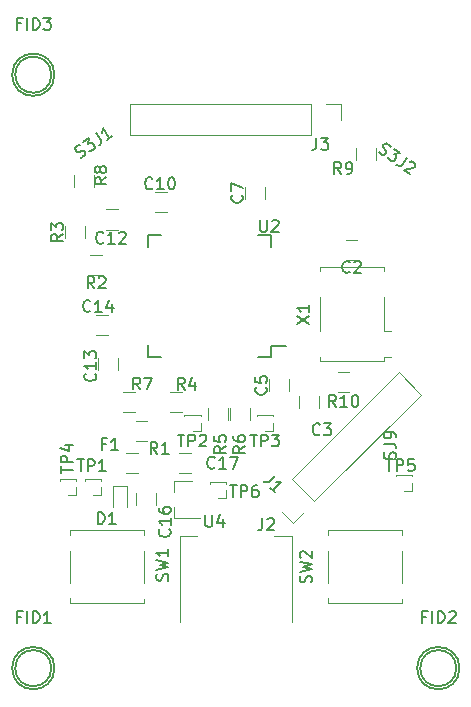
<source format=gbr>
G04 #@! TF.FileFunction,Legend,Top*
%FSLAX46Y46*%
G04 Gerber Fmt 4.6, Leading zero omitted, Abs format (unit mm)*
G04 Created by KiCad (PCBNEW 4.0.7-e2-6376~58~ubuntu16.04.1) date Mon Nov 20 20:41:21 2017*
%MOMM*%
%LPD*%
G01*
G04 APERTURE LIST*
%ADD10C,0.100000*%
%ADD11C,0.120000*%
%ADD12C,0.150000*%
G04 APERTURE END LIST*
D10*
D11*
X225204400Y-88073600D02*
X226204400Y-88073600D01*
X226204400Y-86373600D02*
X225204400Y-86373600D01*
X222947600Y-100626800D02*
X222947600Y-99626800D01*
X221247600Y-99626800D02*
X221247600Y-100626800D01*
X218733000Y-98179000D02*
X218733000Y-99179000D01*
X220433000Y-99179000D02*
X220433000Y-98179000D01*
X216701000Y-81923000D02*
X216701000Y-82923000D01*
X218401000Y-82923000D02*
X218401000Y-81923000D01*
X209050000Y-84035000D02*
X210050000Y-84035000D01*
X210050000Y-82335000D02*
X209050000Y-82335000D01*
X205922500Y-83795500D02*
X204922500Y-83795500D01*
X204922500Y-85495500D02*
X205922500Y-85495500D01*
X205955000Y-97401000D02*
X205955000Y-96401000D01*
X204255000Y-96401000D02*
X204255000Y-97401000D01*
X204097000Y-94449000D02*
X205097000Y-94449000D01*
X205097000Y-92749000D02*
X204097000Y-92749000D01*
X209130000Y-108831000D02*
X209130000Y-107831000D01*
X207430000Y-107831000D02*
X207430000Y-108831000D01*
X211082000Y-106133000D02*
X212082000Y-106133000D01*
X212082000Y-104433000D02*
X211082000Y-104433000D01*
X206721000Y-107181000D02*
X205521000Y-107181000D01*
X206721000Y-109031000D02*
X206721000Y-107181000D01*
X205521000Y-109031000D02*
X205521000Y-107181000D01*
X207637000Y-104433000D02*
X206637000Y-104433000D01*
X206637000Y-106133000D02*
X207637000Y-106133000D01*
X231587160Y-99477744D02*
X229706256Y-97596840D01*
X222564478Y-108500426D02*
X231587160Y-99477744D01*
X220683574Y-106619522D02*
X229706256Y-97596840D01*
X222564478Y-108500426D02*
X220683574Y-106619522D01*
X221666452Y-109398452D02*
X220726000Y-110338904D01*
X220726000Y-110338904D02*
X219785548Y-109398452D01*
X219150000Y-111470000D02*
X220650000Y-111470000D01*
X220650000Y-111470000D02*
X220650000Y-118730000D01*
X211150000Y-111470000D02*
X211150000Y-118730000D01*
X211150000Y-111470000D02*
X212650000Y-111470000D01*
X206950000Y-74870000D02*
X206950000Y-77530000D01*
X222250000Y-74870000D02*
X206950000Y-74870000D01*
X222250000Y-77530000D02*
X206950000Y-77530000D01*
X222250000Y-74870000D02*
X222250000Y-77530000D01*
X223520000Y-74870000D02*
X224850000Y-74870000D01*
X224850000Y-74870000D02*
X224850000Y-76200000D01*
X208424400Y-101715200D02*
X207424400Y-101715200D01*
X207424400Y-103415200D02*
X208424400Y-103415200D01*
X203589000Y-89369000D02*
X204589000Y-89369000D01*
X204589000Y-87669000D02*
X203589000Y-87669000D01*
X201461000Y-85225000D02*
X201461000Y-86225000D01*
X203161000Y-86225000D02*
X203161000Y-85225000D01*
X211320000Y-99251400D02*
X210320000Y-99251400D01*
X210320000Y-100951400D02*
X211320000Y-100951400D01*
X213576800Y-100617400D02*
X213576800Y-101617400D01*
X215276800Y-101617400D02*
X215276800Y-100617400D01*
X217105600Y-101617400D02*
X217105600Y-100617400D01*
X215405600Y-100617400D02*
X215405600Y-101617400D01*
X207383000Y-99226000D02*
X206383000Y-99226000D01*
X206383000Y-100926000D02*
X207383000Y-100926000D01*
X203872200Y-81881600D02*
X203872200Y-80881600D01*
X202172200Y-80881600D02*
X202172200Y-81881600D01*
X227748200Y-79570200D02*
X227748200Y-78570200D01*
X226048200Y-78570200D02*
X226048200Y-79570200D01*
X201828000Y-116696000D02*
X201828000Y-117146000D01*
X201828000Y-117146000D02*
X208128000Y-117146000D01*
X208128000Y-117146000D02*
X208128000Y-116746000D01*
X201828000Y-115396000D02*
X201828000Y-112696000D01*
X208128000Y-112696000D02*
X208128000Y-115396000D01*
X201828000Y-110946000D02*
X208128000Y-110946000D01*
X208128000Y-110946000D02*
X208128000Y-111396000D01*
X201828000Y-111396000D02*
X201828000Y-110946000D01*
X223672000Y-116696000D02*
X223672000Y-117146000D01*
X223672000Y-117146000D02*
X229972000Y-117146000D01*
X229972000Y-117146000D02*
X229972000Y-116746000D01*
X223672000Y-115396000D02*
X223672000Y-112696000D01*
X229972000Y-112696000D02*
X229972000Y-115396000D01*
X223672000Y-110946000D02*
X229972000Y-110946000D01*
X229972000Y-110946000D02*
X229972000Y-111396000D01*
X223672000Y-111396000D02*
X223672000Y-110946000D01*
X204530000Y-106630000D02*
X203140000Y-106630000D01*
X204530000Y-106630000D02*
X204530000Y-106755000D01*
X203140000Y-106630000D02*
X203140000Y-106755000D01*
X204530000Y-106630000D02*
X204443276Y-106630000D01*
X203226724Y-106630000D02*
X203140000Y-106630000D01*
X204530000Y-107315000D02*
X204530000Y-108000000D01*
X204530000Y-108000000D02*
X203835000Y-108000000D01*
X212937400Y-101169000D02*
X211547400Y-101169000D01*
X212937400Y-101169000D02*
X212937400Y-101294000D01*
X211547400Y-101169000D02*
X211547400Y-101294000D01*
X212937400Y-101169000D02*
X212850676Y-101169000D01*
X211634124Y-101169000D02*
X211547400Y-101169000D01*
X212937400Y-101854000D02*
X212937400Y-102539000D01*
X212937400Y-102539000D02*
X212242400Y-102539000D01*
X219084200Y-101169000D02*
X217694200Y-101169000D01*
X219084200Y-101169000D02*
X219084200Y-101294000D01*
X217694200Y-101169000D02*
X217694200Y-101294000D01*
X219084200Y-101169000D02*
X218997476Y-101169000D01*
X217780924Y-101169000D02*
X217694200Y-101169000D01*
X219084200Y-101854000D02*
X219084200Y-102539000D01*
X219084200Y-102539000D02*
X218389200Y-102539000D01*
X202371000Y-106630000D02*
X200981000Y-106630000D01*
X202371000Y-106630000D02*
X202371000Y-106755000D01*
X200981000Y-106630000D02*
X200981000Y-106755000D01*
X202371000Y-106630000D02*
X202284276Y-106630000D01*
X201067724Y-106630000D02*
X200981000Y-106630000D01*
X202371000Y-107315000D02*
X202371000Y-108000000D01*
X202371000Y-108000000D02*
X201676000Y-108000000D01*
X230819000Y-106249000D02*
X229429000Y-106249000D01*
X230819000Y-106249000D02*
X230819000Y-106374000D01*
X229429000Y-106249000D02*
X229429000Y-106374000D01*
X230819000Y-106249000D02*
X230732276Y-106249000D01*
X229515724Y-106249000D02*
X229429000Y-106249000D01*
X230819000Y-106934000D02*
X230819000Y-107619000D01*
X230819000Y-107619000D02*
X230124000Y-107619000D01*
X215071000Y-106884000D02*
X213681000Y-106884000D01*
X215071000Y-106884000D02*
X215071000Y-107009000D01*
X213681000Y-106884000D02*
X213681000Y-107009000D01*
X215071000Y-106884000D02*
X214984276Y-106884000D01*
X213767724Y-106884000D02*
X213681000Y-106884000D01*
X215071000Y-107569000D02*
X215071000Y-108254000D01*
X215071000Y-108254000D02*
X214376000Y-108254000D01*
D12*
X218852500Y-96297500D02*
X218852500Y-95347500D01*
X208502500Y-96297500D02*
X208502500Y-95247500D01*
X208502500Y-85947500D02*
X208502500Y-86997500D01*
X218852500Y-85947500D02*
X218852500Y-86997500D01*
X218852500Y-96297500D02*
X217802500Y-96297500D01*
X218852500Y-85947500D02*
X217802500Y-85947500D01*
X208502500Y-85947500D02*
X209552500Y-85947500D01*
X208502500Y-96297500D02*
X209552500Y-96297500D01*
X218852500Y-95347500D02*
X220127500Y-95347500D01*
D11*
X210695000Y-106751000D02*
X210695000Y-107681000D01*
X210695000Y-109911000D02*
X210695000Y-108981000D01*
X210695000Y-109911000D02*
X212855000Y-109911000D01*
X210695000Y-106751000D02*
X212155000Y-106751000D01*
X225518600Y-97549600D02*
X224518600Y-97549600D01*
X224518600Y-99249600D02*
X225518600Y-99249600D01*
X223042500Y-89006500D02*
X223042500Y-88696500D01*
X223042500Y-88696500D02*
X228442500Y-88696500D01*
X228442500Y-88696500D02*
X228442500Y-89006500D01*
X223042500Y-94086500D02*
X223042500Y-91206500D01*
X229042500Y-96286500D02*
X228442500Y-96286500D01*
X228442500Y-96286500D02*
X228442500Y-96596500D01*
X228442500Y-96596500D02*
X223042500Y-96596500D01*
X223042500Y-96596500D02*
X223042500Y-96286500D01*
X228442500Y-91206500D02*
X228442500Y-94086500D01*
X228442500Y-94086500D02*
X229042500Y-94086500D01*
D12*
X200284080Y-122631200D02*
G75*
G03X200284080Y-122631200I-1529080J0D01*
G01*
X200545700Y-122631200D02*
G75*
G03X200545700Y-122631200I-1790700J0D01*
G01*
X234574080Y-122631200D02*
G75*
G03X234574080Y-122631200I-1529080J0D01*
G01*
X234835700Y-122631200D02*
G75*
G03X234835700Y-122631200I-1790700J0D01*
G01*
X200284080Y-72390000D02*
G75*
G03X200284080Y-72390000I-1529080J0D01*
G01*
X200545700Y-72390000D02*
G75*
G03X200545700Y-72390000I-1790700J0D01*
G01*
X225537734Y-89080743D02*
X225490115Y-89128362D01*
X225347258Y-89175981D01*
X225252020Y-89175981D01*
X225109162Y-89128362D01*
X225013924Y-89033124D01*
X224966305Y-88937886D01*
X224918686Y-88747410D01*
X224918686Y-88604552D01*
X224966305Y-88414076D01*
X225013924Y-88318838D01*
X225109162Y-88223600D01*
X225252020Y-88175981D01*
X225347258Y-88175981D01*
X225490115Y-88223600D01*
X225537734Y-88271219D01*
X225918686Y-88271219D02*
X225966305Y-88223600D01*
X226061543Y-88175981D01*
X226299639Y-88175981D01*
X226394877Y-88223600D01*
X226442496Y-88271219D01*
X226490115Y-88366457D01*
X226490115Y-88461695D01*
X226442496Y-88604552D01*
X225871067Y-89175981D01*
X226490115Y-89175981D01*
X223023134Y-102820743D02*
X222975515Y-102868362D01*
X222832658Y-102915981D01*
X222737420Y-102915981D01*
X222594562Y-102868362D01*
X222499324Y-102773124D01*
X222451705Y-102677886D01*
X222404086Y-102487410D01*
X222404086Y-102344552D01*
X222451705Y-102154076D01*
X222499324Y-102058838D01*
X222594562Y-101963600D01*
X222737420Y-101915981D01*
X222832658Y-101915981D01*
X222975515Y-101963600D01*
X223023134Y-102011219D01*
X223356467Y-101915981D02*
X223975515Y-101915981D01*
X223642181Y-102296933D01*
X223785039Y-102296933D01*
X223880277Y-102344552D01*
X223927896Y-102392171D01*
X223975515Y-102487410D01*
X223975515Y-102725505D01*
X223927896Y-102820743D01*
X223880277Y-102868362D01*
X223785039Y-102915981D01*
X223499324Y-102915981D01*
X223404086Y-102868362D01*
X223356467Y-102820743D01*
X218440143Y-98845666D02*
X218487762Y-98893285D01*
X218535381Y-99036142D01*
X218535381Y-99131380D01*
X218487762Y-99274238D01*
X218392524Y-99369476D01*
X218297286Y-99417095D01*
X218106810Y-99464714D01*
X217963952Y-99464714D01*
X217773476Y-99417095D01*
X217678238Y-99369476D01*
X217583000Y-99274238D01*
X217535381Y-99131380D01*
X217535381Y-99036142D01*
X217583000Y-98893285D01*
X217630619Y-98845666D01*
X217535381Y-97940904D02*
X217535381Y-98417095D01*
X218011571Y-98464714D01*
X217963952Y-98417095D01*
X217916333Y-98321857D01*
X217916333Y-98083761D01*
X217963952Y-97988523D01*
X218011571Y-97940904D01*
X218106810Y-97893285D01*
X218344905Y-97893285D01*
X218440143Y-97940904D01*
X218487762Y-97988523D01*
X218535381Y-98083761D01*
X218535381Y-98321857D01*
X218487762Y-98417095D01*
X218440143Y-98464714D01*
X216408143Y-82589666D02*
X216455762Y-82637285D01*
X216503381Y-82780142D01*
X216503381Y-82875380D01*
X216455762Y-83018238D01*
X216360524Y-83113476D01*
X216265286Y-83161095D01*
X216074810Y-83208714D01*
X215931952Y-83208714D01*
X215741476Y-83161095D01*
X215646238Y-83113476D01*
X215551000Y-83018238D01*
X215503381Y-82875380D01*
X215503381Y-82780142D01*
X215551000Y-82637285D01*
X215598619Y-82589666D01*
X215503381Y-82256333D02*
X215503381Y-81589666D01*
X216503381Y-82018238D01*
X208830943Y-81992743D02*
X208783324Y-82040362D01*
X208640467Y-82087981D01*
X208545229Y-82087981D01*
X208402371Y-82040362D01*
X208307133Y-81945124D01*
X208259514Y-81849886D01*
X208211895Y-81659410D01*
X208211895Y-81516552D01*
X208259514Y-81326076D01*
X208307133Y-81230838D01*
X208402371Y-81135600D01*
X208545229Y-81087981D01*
X208640467Y-81087981D01*
X208783324Y-81135600D01*
X208830943Y-81183219D01*
X209783324Y-82087981D02*
X209211895Y-82087981D01*
X209497609Y-82087981D02*
X209497609Y-81087981D01*
X209402371Y-81230838D01*
X209307133Y-81326076D01*
X209211895Y-81373695D01*
X210402371Y-81087981D02*
X210497610Y-81087981D01*
X210592848Y-81135600D01*
X210640467Y-81183219D01*
X210688086Y-81278457D01*
X210735705Y-81468933D01*
X210735705Y-81707029D01*
X210688086Y-81897505D01*
X210640467Y-81992743D01*
X210592848Y-82040362D01*
X210497610Y-82087981D01*
X210402371Y-82087981D01*
X210307133Y-82040362D01*
X210259514Y-81992743D01*
X210211895Y-81897505D01*
X210164276Y-81707029D01*
X210164276Y-81468933D01*
X210211895Y-81278457D01*
X210259514Y-81183219D01*
X210307133Y-81135600D01*
X210402371Y-81087981D01*
X204690743Y-86590143D02*
X204643124Y-86637762D01*
X204500267Y-86685381D01*
X204405029Y-86685381D01*
X204262171Y-86637762D01*
X204166933Y-86542524D01*
X204119314Y-86447286D01*
X204071695Y-86256810D01*
X204071695Y-86113952D01*
X204119314Y-85923476D01*
X204166933Y-85828238D01*
X204262171Y-85733000D01*
X204405029Y-85685381D01*
X204500267Y-85685381D01*
X204643124Y-85733000D01*
X204690743Y-85780619D01*
X205643124Y-86685381D02*
X205071695Y-86685381D01*
X205357409Y-86685381D02*
X205357409Y-85685381D01*
X205262171Y-85828238D01*
X205166933Y-85923476D01*
X205071695Y-85971095D01*
X206024076Y-85780619D02*
X206071695Y-85733000D01*
X206166933Y-85685381D01*
X206405029Y-85685381D01*
X206500267Y-85733000D01*
X206547886Y-85780619D01*
X206595505Y-85875857D01*
X206595505Y-85971095D01*
X206547886Y-86113952D01*
X205976457Y-86685381D01*
X206595505Y-86685381D01*
X203988943Y-97696257D02*
X204036562Y-97743876D01*
X204084181Y-97886733D01*
X204084181Y-97981971D01*
X204036562Y-98124829D01*
X203941324Y-98220067D01*
X203846086Y-98267686D01*
X203655610Y-98315305D01*
X203512752Y-98315305D01*
X203322276Y-98267686D01*
X203227038Y-98220067D01*
X203131800Y-98124829D01*
X203084181Y-97981971D01*
X203084181Y-97886733D01*
X203131800Y-97743876D01*
X203179419Y-97696257D01*
X204084181Y-96743876D02*
X204084181Y-97315305D01*
X204084181Y-97029591D02*
X203084181Y-97029591D01*
X203227038Y-97124829D01*
X203322276Y-97220067D01*
X203369895Y-97315305D01*
X203084181Y-96410543D02*
X203084181Y-95791495D01*
X203465133Y-96124829D01*
X203465133Y-95981971D01*
X203512752Y-95886733D01*
X203560371Y-95839114D01*
X203655610Y-95791495D01*
X203893705Y-95791495D01*
X203988943Y-95839114D01*
X204036562Y-95886733D01*
X204084181Y-95981971D01*
X204084181Y-96267686D01*
X204036562Y-96362924D01*
X203988943Y-96410543D01*
X203598543Y-92381343D02*
X203550924Y-92428962D01*
X203408067Y-92476581D01*
X203312829Y-92476581D01*
X203169971Y-92428962D01*
X203074733Y-92333724D01*
X203027114Y-92238486D01*
X202979495Y-92048010D01*
X202979495Y-91905152D01*
X203027114Y-91714676D01*
X203074733Y-91619438D01*
X203169971Y-91524200D01*
X203312829Y-91476581D01*
X203408067Y-91476581D01*
X203550924Y-91524200D01*
X203598543Y-91571819D01*
X204550924Y-92476581D02*
X203979495Y-92476581D01*
X204265209Y-92476581D02*
X204265209Y-91476581D01*
X204169971Y-91619438D01*
X204074733Y-91714676D01*
X203979495Y-91762295D01*
X205408067Y-91809914D02*
X205408067Y-92476581D01*
X205169971Y-91428962D02*
X204931876Y-92143248D01*
X205550924Y-92143248D01*
X210288143Y-110878857D02*
X210335762Y-110926476D01*
X210383381Y-111069333D01*
X210383381Y-111164571D01*
X210335762Y-111307429D01*
X210240524Y-111402667D01*
X210145286Y-111450286D01*
X209954810Y-111497905D01*
X209811952Y-111497905D01*
X209621476Y-111450286D01*
X209526238Y-111402667D01*
X209431000Y-111307429D01*
X209383381Y-111164571D01*
X209383381Y-111069333D01*
X209431000Y-110926476D01*
X209478619Y-110878857D01*
X210383381Y-109926476D02*
X210383381Y-110497905D01*
X210383381Y-110212191D02*
X209383381Y-110212191D01*
X209526238Y-110307429D01*
X209621476Y-110402667D01*
X209669095Y-110497905D01*
X209383381Y-109069333D02*
X209383381Y-109259810D01*
X209431000Y-109355048D01*
X209478619Y-109402667D01*
X209621476Y-109497905D01*
X209811952Y-109545524D01*
X210192905Y-109545524D01*
X210288143Y-109497905D01*
X210335762Y-109450286D01*
X210383381Y-109355048D01*
X210383381Y-109164571D01*
X210335762Y-109069333D01*
X210288143Y-109021714D01*
X210192905Y-108974095D01*
X209954810Y-108974095D01*
X209859571Y-109021714D01*
X209811952Y-109069333D01*
X209764333Y-109164571D01*
X209764333Y-109355048D01*
X209811952Y-109450286D01*
X209859571Y-109497905D01*
X209954810Y-109545524D01*
X214114143Y-105640143D02*
X214066524Y-105687762D01*
X213923667Y-105735381D01*
X213828429Y-105735381D01*
X213685571Y-105687762D01*
X213590333Y-105592524D01*
X213542714Y-105497286D01*
X213495095Y-105306810D01*
X213495095Y-105163952D01*
X213542714Y-104973476D01*
X213590333Y-104878238D01*
X213685571Y-104783000D01*
X213828429Y-104735381D01*
X213923667Y-104735381D01*
X214066524Y-104783000D01*
X214114143Y-104830619D01*
X215066524Y-105735381D02*
X214495095Y-105735381D01*
X214780809Y-105735381D02*
X214780809Y-104735381D01*
X214685571Y-104878238D01*
X214590333Y-104973476D01*
X214495095Y-105021095D01*
X215399857Y-104735381D02*
X216066524Y-104735381D01*
X215637952Y-105735381D01*
X204214505Y-110434381D02*
X204214505Y-109434381D01*
X204452600Y-109434381D01*
X204595458Y-109482000D01*
X204690696Y-109577238D01*
X204738315Y-109672476D01*
X204785934Y-109862952D01*
X204785934Y-110005810D01*
X204738315Y-110196286D01*
X204690696Y-110291524D01*
X204595458Y-110386762D01*
X204452600Y-110434381D01*
X204214505Y-110434381D01*
X205738315Y-110434381D02*
X205166886Y-110434381D01*
X205452600Y-110434381D02*
X205452600Y-109434381D01*
X205357362Y-109577238D01*
X205262124Y-109672476D01*
X205166886Y-109720095D01*
X204873267Y-103662171D02*
X204539933Y-103662171D01*
X204539933Y-104185981D02*
X204539933Y-103185981D01*
X205016124Y-103185981D01*
X205920886Y-104185981D02*
X205349457Y-104185981D01*
X205635171Y-104185981D02*
X205635171Y-103185981D01*
X205539933Y-103328838D01*
X205444695Y-103424076D01*
X205349457Y-103471695D01*
X219226523Y-106336473D02*
X218721447Y-106841549D01*
X218586759Y-106908892D01*
X218452072Y-106908892D01*
X218317385Y-106841549D01*
X218250042Y-106774205D01*
X219226523Y-107750686D02*
X218822462Y-107346625D01*
X219024492Y-107548655D02*
X219731599Y-106841549D01*
X219563240Y-106875220D01*
X219428553Y-106875220D01*
X219327538Y-106841549D01*
X218157467Y-109942381D02*
X218157467Y-110656667D01*
X218109847Y-110799524D01*
X218014609Y-110894762D01*
X217871752Y-110942381D01*
X217776514Y-110942381D01*
X218586038Y-110037619D02*
X218633657Y-109990000D01*
X218728895Y-109942381D01*
X218966991Y-109942381D01*
X219062229Y-109990000D01*
X219109848Y-110037619D01*
X219157467Y-110132857D01*
X219157467Y-110228095D01*
X219109848Y-110370952D01*
X218538419Y-110942381D01*
X219157467Y-110942381D01*
X222729467Y-77735181D02*
X222729467Y-78449467D01*
X222681847Y-78592324D01*
X222586609Y-78687562D01*
X222443752Y-78735181D01*
X222348514Y-78735181D01*
X223110419Y-77735181D02*
X223729467Y-77735181D01*
X223396133Y-78116133D01*
X223538991Y-78116133D01*
X223634229Y-78163752D01*
X223681848Y-78211371D01*
X223729467Y-78306610D01*
X223729467Y-78544705D01*
X223681848Y-78639943D01*
X223634229Y-78687562D01*
X223538991Y-78735181D01*
X223253276Y-78735181D01*
X223158038Y-78687562D01*
X223110419Y-78639943D01*
X209256334Y-104490781D02*
X208923000Y-104014590D01*
X208684905Y-104490781D02*
X208684905Y-103490781D01*
X209065858Y-103490781D01*
X209161096Y-103538400D01*
X209208715Y-103586019D01*
X209256334Y-103681257D01*
X209256334Y-103824114D01*
X209208715Y-103919352D01*
X209161096Y-103966971D01*
X209065858Y-104014590D01*
X208684905Y-104014590D01*
X210208715Y-104490781D02*
X209637286Y-104490781D01*
X209923000Y-104490781D02*
X209923000Y-103490781D01*
X209827762Y-103633638D01*
X209732524Y-103728876D01*
X209637286Y-103776495D01*
X203922334Y-90471381D02*
X203589000Y-89995190D01*
X203350905Y-90471381D02*
X203350905Y-89471381D01*
X203731858Y-89471381D01*
X203827096Y-89519000D01*
X203874715Y-89566619D01*
X203922334Y-89661857D01*
X203922334Y-89804714D01*
X203874715Y-89899952D01*
X203827096Y-89947571D01*
X203731858Y-89995190D01*
X203350905Y-89995190D01*
X204303286Y-89566619D02*
X204350905Y-89519000D01*
X204446143Y-89471381D01*
X204684239Y-89471381D01*
X204779477Y-89519000D01*
X204827096Y-89566619D01*
X204874715Y-89661857D01*
X204874715Y-89757095D01*
X204827096Y-89899952D01*
X204255667Y-90471381D01*
X204874715Y-90471381D01*
X201263381Y-85891666D02*
X200787190Y-86225000D01*
X201263381Y-86463095D02*
X200263381Y-86463095D01*
X200263381Y-86082142D01*
X200311000Y-85986904D01*
X200358619Y-85939285D01*
X200453857Y-85891666D01*
X200596714Y-85891666D01*
X200691952Y-85939285D01*
X200739571Y-85986904D01*
X200787190Y-86082142D01*
X200787190Y-86463095D01*
X200263381Y-85558333D02*
X200263381Y-84939285D01*
X200644333Y-85272619D01*
X200644333Y-85129761D01*
X200691952Y-85034523D01*
X200739571Y-84986904D01*
X200834810Y-84939285D01*
X201072905Y-84939285D01*
X201168143Y-84986904D01*
X201215762Y-85034523D01*
X201263381Y-85129761D01*
X201263381Y-85415476D01*
X201215762Y-85510714D01*
X201168143Y-85558333D01*
X211567734Y-99055181D02*
X211234400Y-98578990D01*
X210996305Y-99055181D02*
X210996305Y-98055181D01*
X211377258Y-98055181D01*
X211472496Y-98102800D01*
X211520115Y-98150419D01*
X211567734Y-98245657D01*
X211567734Y-98388514D01*
X211520115Y-98483752D01*
X211472496Y-98531371D01*
X211377258Y-98578990D01*
X210996305Y-98578990D01*
X212424877Y-98388514D02*
X212424877Y-99055181D01*
X212186781Y-98007562D02*
X211948686Y-98721848D01*
X212567734Y-98721848D01*
X215056981Y-103849466D02*
X214580790Y-104182800D01*
X215056981Y-104420895D02*
X214056981Y-104420895D01*
X214056981Y-104039942D01*
X214104600Y-103944704D01*
X214152219Y-103897085D01*
X214247457Y-103849466D01*
X214390314Y-103849466D01*
X214485552Y-103897085D01*
X214533171Y-103944704D01*
X214580790Y-104039942D01*
X214580790Y-104420895D01*
X214056981Y-102944704D02*
X214056981Y-103420895D01*
X214533171Y-103468514D01*
X214485552Y-103420895D01*
X214437933Y-103325657D01*
X214437933Y-103087561D01*
X214485552Y-102992323D01*
X214533171Y-102944704D01*
X214628410Y-102897085D01*
X214866505Y-102897085D01*
X214961743Y-102944704D01*
X215009362Y-102992323D01*
X215056981Y-103087561D01*
X215056981Y-103325657D01*
X215009362Y-103420895D01*
X214961743Y-103468514D01*
X216682581Y-103849466D02*
X216206390Y-104182800D01*
X216682581Y-104420895D02*
X215682581Y-104420895D01*
X215682581Y-104039942D01*
X215730200Y-103944704D01*
X215777819Y-103897085D01*
X215873057Y-103849466D01*
X216015914Y-103849466D01*
X216111152Y-103897085D01*
X216158771Y-103944704D01*
X216206390Y-104039942D01*
X216206390Y-104420895D01*
X215682581Y-102992323D02*
X215682581Y-103182800D01*
X215730200Y-103278038D01*
X215777819Y-103325657D01*
X215920676Y-103420895D01*
X216111152Y-103468514D01*
X216492105Y-103468514D01*
X216587343Y-103420895D01*
X216634962Y-103373276D01*
X216682581Y-103278038D01*
X216682581Y-103087561D01*
X216634962Y-102992323D01*
X216587343Y-102944704D01*
X216492105Y-102897085D01*
X216254010Y-102897085D01*
X216158771Y-102944704D01*
X216111152Y-102992323D01*
X216063533Y-103087561D01*
X216063533Y-103278038D01*
X216111152Y-103373276D01*
X216158771Y-103420895D01*
X216254010Y-103468514D01*
X207808534Y-99029781D02*
X207475200Y-98553590D01*
X207237105Y-99029781D02*
X207237105Y-98029781D01*
X207618058Y-98029781D01*
X207713296Y-98077400D01*
X207760915Y-98125019D01*
X207808534Y-98220257D01*
X207808534Y-98363114D01*
X207760915Y-98458352D01*
X207713296Y-98505971D01*
X207618058Y-98553590D01*
X207237105Y-98553590D01*
X208141867Y-98029781D02*
X208808534Y-98029781D01*
X208379962Y-99029781D01*
X204947781Y-81091066D02*
X204471590Y-81424400D01*
X204947781Y-81662495D02*
X203947781Y-81662495D01*
X203947781Y-81281542D01*
X203995400Y-81186304D01*
X204043019Y-81138685D01*
X204138257Y-81091066D01*
X204281114Y-81091066D01*
X204376352Y-81138685D01*
X204423971Y-81186304D01*
X204471590Y-81281542D01*
X204471590Y-81662495D01*
X204376352Y-80519638D02*
X204328733Y-80614876D01*
X204281114Y-80662495D01*
X204185876Y-80710114D01*
X204138257Y-80710114D01*
X204043019Y-80662495D01*
X203995400Y-80614876D01*
X203947781Y-80519638D01*
X203947781Y-80329161D01*
X203995400Y-80233923D01*
X204043019Y-80186304D01*
X204138257Y-80138685D01*
X204185876Y-80138685D01*
X204281114Y-80186304D01*
X204328733Y-80233923D01*
X204376352Y-80329161D01*
X204376352Y-80519638D01*
X204423971Y-80614876D01*
X204471590Y-80662495D01*
X204566829Y-80710114D01*
X204757305Y-80710114D01*
X204852543Y-80662495D01*
X204900162Y-80614876D01*
X204947781Y-80519638D01*
X204947781Y-80329161D01*
X204900162Y-80233923D01*
X204852543Y-80186304D01*
X204757305Y-80138685D01*
X204566829Y-80138685D01*
X204471590Y-80186304D01*
X204423971Y-80233923D01*
X204376352Y-80329161D01*
X224826534Y-80792581D02*
X224493200Y-80316390D01*
X224255105Y-80792581D02*
X224255105Y-79792581D01*
X224636058Y-79792581D01*
X224731296Y-79840200D01*
X224778915Y-79887819D01*
X224826534Y-79983057D01*
X224826534Y-80125914D01*
X224778915Y-80221152D01*
X224731296Y-80268771D01*
X224636058Y-80316390D01*
X224255105Y-80316390D01*
X225302724Y-80792581D02*
X225493200Y-80792581D01*
X225588439Y-80744962D01*
X225636058Y-80697343D01*
X225731296Y-80554486D01*
X225778915Y-80364010D01*
X225778915Y-79983057D01*
X225731296Y-79887819D01*
X225683677Y-79840200D01*
X225588439Y-79792581D01*
X225397962Y-79792581D01*
X225302724Y-79840200D01*
X225255105Y-79887819D01*
X225207486Y-79983057D01*
X225207486Y-80221152D01*
X225255105Y-80316390D01*
X225302724Y-80364010D01*
X225397962Y-80411629D01*
X225588439Y-80411629D01*
X225683677Y-80364010D01*
X225731296Y-80316390D01*
X225778915Y-80221152D01*
X202777354Y-79400108D02*
X202921309Y-79355918D01*
X203115147Y-79217655D01*
X203165029Y-79123582D01*
X203176144Y-79057163D01*
X203159606Y-78951975D01*
X203104301Y-78874441D01*
X203010229Y-78824558D01*
X202943809Y-78813444D01*
X202838621Y-78829980D01*
X202655898Y-78901824D01*
X202550711Y-78918361D01*
X202484291Y-78907246D01*
X202390219Y-78857364D01*
X202334914Y-78779829D01*
X202318376Y-78674642D01*
X202329491Y-78608222D01*
X202379373Y-78514150D01*
X202573211Y-78375887D01*
X202717166Y-78331697D01*
X202960885Y-78099362D02*
X203464861Y-77739879D01*
X203414709Y-78243586D01*
X203531012Y-78160628D01*
X203636199Y-78144090D01*
X203702619Y-78155205D01*
X203796692Y-78205088D01*
X203934954Y-78398925D01*
X203951492Y-78504112D01*
X203940377Y-78570532D01*
X203890495Y-78664604D01*
X203657890Y-78830520D01*
X203552703Y-78847058D01*
X203486283Y-78835943D01*
X204046373Y-77325091D02*
X204461161Y-77906602D01*
X204505350Y-78050557D01*
X204483120Y-78183397D01*
X204394471Y-78305122D01*
X204316936Y-78360427D01*
X205441191Y-77558503D02*
X204975982Y-77890334D01*
X205208586Y-77724419D02*
X204627883Y-76910303D01*
X204633306Y-77081911D01*
X204611076Y-77214750D01*
X204561194Y-77308823D01*
X228012061Y-78891337D02*
X228100711Y-79013062D01*
X228294549Y-79151325D01*
X228399736Y-79167863D01*
X228466156Y-79156748D01*
X228560228Y-79106865D01*
X228615533Y-79029331D01*
X228632071Y-78924144D01*
X228620956Y-78857724D01*
X228571074Y-78763650D01*
X228443656Y-78614273D01*
X228393774Y-78520200D01*
X228382659Y-78453780D01*
X228399197Y-78348593D01*
X228454502Y-78271058D01*
X228548574Y-78221176D01*
X228614994Y-78210061D01*
X228720181Y-78226599D01*
X228914019Y-78364862D01*
X229002669Y-78486587D01*
X229301693Y-78641387D02*
X229805669Y-79000870D01*
X229313077Y-79117441D01*
X229429380Y-79200399D01*
X229479262Y-79294471D01*
X229490377Y-79360891D01*
X229473839Y-79466079D01*
X229335576Y-79659916D01*
X229241504Y-79709798D01*
X229175084Y-79720913D01*
X229069897Y-79704375D01*
X228837292Y-79538460D01*
X228787410Y-79444388D01*
X228776295Y-79377968D01*
X230387181Y-79415658D02*
X229972393Y-79997169D01*
X229850667Y-80085818D01*
X229717827Y-80108048D01*
X229573873Y-80063858D01*
X229496338Y-80008553D01*
X230680782Y-79742065D02*
X230747202Y-79730950D01*
X230852389Y-79747488D01*
X231046227Y-79885751D01*
X231096109Y-79979823D01*
X231107224Y-80046243D01*
X231090686Y-80151430D01*
X231035381Y-80228965D01*
X230913656Y-80317615D01*
X230116617Y-80450993D01*
X230620593Y-80810476D01*
X210132562Y-115226933D02*
X210180181Y-115084076D01*
X210180181Y-114845980D01*
X210132562Y-114750742D01*
X210084943Y-114703123D01*
X209989705Y-114655504D01*
X209894467Y-114655504D01*
X209799229Y-114703123D01*
X209751610Y-114750742D01*
X209703990Y-114845980D01*
X209656371Y-115036457D01*
X209608752Y-115131695D01*
X209561133Y-115179314D01*
X209465895Y-115226933D01*
X209370657Y-115226933D01*
X209275419Y-115179314D01*
X209227800Y-115131695D01*
X209180181Y-115036457D01*
X209180181Y-114798361D01*
X209227800Y-114655504D01*
X209180181Y-114322171D02*
X210180181Y-114084076D01*
X209465895Y-113893599D01*
X210180181Y-113703123D01*
X209180181Y-113465028D01*
X210180181Y-112560266D02*
X210180181Y-113131695D01*
X210180181Y-112845981D02*
X209180181Y-112845981D01*
X209323038Y-112941219D01*
X209418276Y-113036457D01*
X209465895Y-113131695D01*
X222273762Y-115379333D02*
X222321381Y-115236476D01*
X222321381Y-114998380D01*
X222273762Y-114903142D01*
X222226143Y-114855523D01*
X222130905Y-114807904D01*
X222035667Y-114807904D01*
X221940429Y-114855523D01*
X221892810Y-114903142D01*
X221845190Y-114998380D01*
X221797571Y-115188857D01*
X221749952Y-115284095D01*
X221702333Y-115331714D01*
X221607095Y-115379333D01*
X221511857Y-115379333D01*
X221416619Y-115331714D01*
X221369000Y-115284095D01*
X221321381Y-115188857D01*
X221321381Y-114950761D01*
X221369000Y-114807904D01*
X221321381Y-114474571D02*
X222321381Y-114236476D01*
X221607095Y-114045999D01*
X222321381Y-113855523D01*
X221321381Y-113617428D01*
X221416619Y-113284095D02*
X221369000Y-113236476D01*
X221321381Y-113141238D01*
X221321381Y-112903142D01*
X221369000Y-112807904D01*
X221416619Y-112760285D01*
X221511857Y-112712666D01*
X221607095Y-112712666D01*
X221749952Y-112760285D01*
X222321381Y-113331714D01*
X222321381Y-112712666D01*
X202471495Y-104963981D02*
X203042924Y-104963981D01*
X202757209Y-105963981D02*
X202757209Y-104963981D01*
X203376257Y-105963981D02*
X203376257Y-104963981D01*
X203757210Y-104963981D01*
X203852448Y-105011600D01*
X203900067Y-105059219D01*
X203947686Y-105154457D01*
X203947686Y-105297314D01*
X203900067Y-105392552D01*
X203852448Y-105440171D01*
X203757210Y-105487790D01*
X203376257Y-105487790D01*
X204900067Y-105963981D02*
X204328638Y-105963981D01*
X204614352Y-105963981D02*
X204614352Y-104963981D01*
X204519114Y-105106838D01*
X204423876Y-105202076D01*
X204328638Y-105249695D01*
X210980495Y-102866381D02*
X211551924Y-102866381D01*
X211266209Y-103866381D02*
X211266209Y-102866381D01*
X211885257Y-103866381D02*
X211885257Y-102866381D01*
X212266210Y-102866381D01*
X212361448Y-102914000D01*
X212409067Y-102961619D01*
X212456686Y-103056857D01*
X212456686Y-103199714D01*
X212409067Y-103294952D01*
X212361448Y-103342571D01*
X212266210Y-103390190D01*
X211885257Y-103390190D01*
X212837638Y-102961619D02*
X212885257Y-102914000D01*
X212980495Y-102866381D01*
X213218591Y-102866381D01*
X213313829Y-102914000D01*
X213361448Y-102961619D01*
X213409067Y-103056857D01*
X213409067Y-103152095D01*
X213361448Y-103294952D01*
X212790019Y-103866381D01*
X213409067Y-103866381D01*
X217127295Y-102866381D02*
X217698724Y-102866381D01*
X217413009Y-103866381D02*
X217413009Y-102866381D01*
X218032057Y-103866381D02*
X218032057Y-102866381D01*
X218413010Y-102866381D01*
X218508248Y-102914000D01*
X218555867Y-102961619D01*
X218603486Y-103056857D01*
X218603486Y-103199714D01*
X218555867Y-103294952D01*
X218508248Y-103342571D01*
X218413010Y-103390190D01*
X218032057Y-103390190D01*
X218936819Y-102866381D02*
X219555867Y-102866381D01*
X219222533Y-103247333D01*
X219365391Y-103247333D01*
X219460629Y-103294952D01*
X219508248Y-103342571D01*
X219555867Y-103437810D01*
X219555867Y-103675905D01*
X219508248Y-103771143D01*
X219460629Y-103818762D01*
X219365391Y-103866381D01*
X219079676Y-103866381D01*
X218984438Y-103818762D01*
X218936819Y-103771143D01*
X201077581Y-106113105D02*
X201077581Y-105541676D01*
X202077581Y-105827391D02*
X201077581Y-105827391D01*
X202077581Y-105208343D02*
X201077581Y-105208343D01*
X201077581Y-104827390D01*
X201125200Y-104732152D01*
X201172819Y-104684533D01*
X201268057Y-104636914D01*
X201410914Y-104636914D01*
X201506152Y-104684533D01*
X201553771Y-104732152D01*
X201601390Y-104827390D01*
X201601390Y-105208343D01*
X201410914Y-103779771D02*
X202077581Y-103779771D01*
X201029962Y-104017867D02*
X201744248Y-104255962D01*
X201744248Y-103636914D01*
X228608095Y-104938581D02*
X229179524Y-104938581D01*
X228893809Y-105938581D02*
X228893809Y-104938581D01*
X229512857Y-105938581D02*
X229512857Y-104938581D01*
X229893810Y-104938581D01*
X229989048Y-104986200D01*
X230036667Y-105033819D01*
X230084286Y-105129057D01*
X230084286Y-105271914D01*
X230036667Y-105367152D01*
X229989048Y-105414771D01*
X229893810Y-105462390D01*
X229512857Y-105462390D01*
X230989048Y-104938581D02*
X230512857Y-104938581D01*
X230465238Y-105414771D01*
X230512857Y-105367152D01*
X230608095Y-105319533D01*
X230846191Y-105319533D01*
X230941429Y-105367152D01*
X230989048Y-105414771D01*
X231036667Y-105510010D01*
X231036667Y-105748105D01*
X230989048Y-105843343D01*
X230941429Y-105890962D01*
X230846191Y-105938581D01*
X230608095Y-105938581D01*
X230512857Y-105890962D01*
X230465238Y-105843343D01*
X215400095Y-107148381D02*
X215971524Y-107148381D01*
X215685809Y-108148381D02*
X215685809Y-107148381D01*
X216304857Y-108148381D02*
X216304857Y-107148381D01*
X216685810Y-107148381D01*
X216781048Y-107196000D01*
X216828667Y-107243619D01*
X216876286Y-107338857D01*
X216876286Y-107481714D01*
X216828667Y-107576952D01*
X216781048Y-107624571D01*
X216685810Y-107672190D01*
X216304857Y-107672190D01*
X217733429Y-107148381D02*
X217542952Y-107148381D01*
X217447714Y-107196000D01*
X217400095Y-107243619D01*
X217304857Y-107386476D01*
X217257238Y-107576952D01*
X217257238Y-107957905D01*
X217304857Y-108053143D01*
X217352476Y-108100762D01*
X217447714Y-108148381D01*
X217638191Y-108148381D01*
X217733429Y-108100762D01*
X217781048Y-108053143D01*
X217828667Y-107957905D01*
X217828667Y-107719810D01*
X217781048Y-107624571D01*
X217733429Y-107576952D01*
X217638191Y-107529333D01*
X217447714Y-107529333D01*
X217352476Y-107576952D01*
X217304857Y-107624571D01*
X217257238Y-107719810D01*
X217957495Y-84694781D02*
X217957495Y-85504305D01*
X218005114Y-85599543D01*
X218052733Y-85647162D01*
X218147971Y-85694781D01*
X218338448Y-85694781D01*
X218433686Y-85647162D01*
X218481305Y-85599543D01*
X218528924Y-85504305D01*
X218528924Y-84694781D01*
X218957495Y-84790019D02*
X219005114Y-84742400D01*
X219100352Y-84694781D01*
X219338448Y-84694781D01*
X219433686Y-84742400D01*
X219481305Y-84790019D01*
X219528924Y-84885257D01*
X219528924Y-84980495D01*
X219481305Y-85123352D01*
X218909876Y-85694781D01*
X219528924Y-85694781D01*
X213334695Y-109662981D02*
X213334695Y-110472505D01*
X213382314Y-110567743D01*
X213429933Y-110615362D01*
X213525171Y-110662981D01*
X213715648Y-110662981D01*
X213810886Y-110615362D01*
X213858505Y-110567743D01*
X213906124Y-110472505D01*
X213906124Y-109662981D01*
X214810886Y-109996314D02*
X214810886Y-110662981D01*
X214572790Y-109615362D02*
X214334695Y-110329648D01*
X214953743Y-110329648D01*
X224375743Y-100502981D02*
X224042409Y-100026790D01*
X223804314Y-100502981D02*
X223804314Y-99502981D01*
X224185267Y-99502981D01*
X224280505Y-99550600D01*
X224328124Y-99598219D01*
X224375743Y-99693457D01*
X224375743Y-99836314D01*
X224328124Y-99931552D01*
X224280505Y-99979171D01*
X224185267Y-100026790D01*
X223804314Y-100026790D01*
X225328124Y-100502981D02*
X224756695Y-100502981D01*
X225042409Y-100502981D02*
X225042409Y-99502981D01*
X224947171Y-99645838D01*
X224851933Y-99741076D01*
X224756695Y-99788695D01*
X225947171Y-99502981D02*
X226042410Y-99502981D01*
X226137648Y-99550600D01*
X226185267Y-99598219D01*
X226232886Y-99693457D01*
X226280505Y-99883933D01*
X226280505Y-100122029D01*
X226232886Y-100312505D01*
X226185267Y-100407743D01*
X226137648Y-100455362D01*
X226042410Y-100502981D01*
X225947171Y-100502981D01*
X225851933Y-100455362D01*
X225804314Y-100407743D01*
X225756695Y-100312505D01*
X225709076Y-100122029D01*
X225709076Y-99883933D01*
X225756695Y-99693457D01*
X225804314Y-99598219D01*
X225851933Y-99550600D01*
X225947171Y-99502981D01*
X221094881Y-93456024D02*
X222094881Y-92789357D01*
X221094881Y-92789357D02*
X222094881Y-93456024D01*
X222094881Y-91884595D02*
X222094881Y-92456024D01*
X222094881Y-92170310D02*
X221094881Y-92170310D01*
X221237738Y-92265548D01*
X221332976Y-92360786D01*
X221380595Y-92456024D01*
X229385762Y-104901857D02*
X229433381Y-104759000D01*
X229433381Y-104520904D01*
X229385762Y-104425666D01*
X229338143Y-104378047D01*
X229242905Y-104330428D01*
X229147667Y-104330428D01*
X229052429Y-104378047D01*
X229004810Y-104425666D01*
X228957190Y-104520904D01*
X228909571Y-104711381D01*
X228861952Y-104806619D01*
X228814333Y-104854238D01*
X228719095Y-104901857D01*
X228623857Y-104901857D01*
X228528619Y-104854238D01*
X228481000Y-104806619D01*
X228433381Y-104711381D01*
X228433381Y-104473285D01*
X228481000Y-104330428D01*
X228433381Y-103616142D02*
X229147667Y-103616142D01*
X229290524Y-103663762D01*
X229385762Y-103759000D01*
X229433381Y-103901857D01*
X229433381Y-103997095D01*
X229433381Y-103092333D02*
X229433381Y-102901857D01*
X229385762Y-102806618D01*
X229338143Y-102758999D01*
X229195286Y-102663761D01*
X229004810Y-102616142D01*
X228623857Y-102616142D01*
X228528619Y-102663761D01*
X228481000Y-102711380D01*
X228433381Y-102806618D01*
X228433381Y-102997095D01*
X228481000Y-103092333D01*
X228528619Y-103139952D01*
X228623857Y-103187571D01*
X228861952Y-103187571D01*
X228957190Y-103139952D01*
X229004810Y-103092333D01*
X229052429Y-102997095D01*
X229052429Y-102806618D01*
X229004810Y-102711380D01*
X228957190Y-102663761D01*
X228861952Y-102616142D01*
X197714052Y-118290031D02*
X197380718Y-118290031D01*
X197380718Y-118813841D02*
X197380718Y-117813841D01*
X197856909Y-117813841D01*
X198237861Y-118813841D02*
X198237861Y-117813841D01*
X198714051Y-118813841D02*
X198714051Y-117813841D01*
X198952146Y-117813841D01*
X199095004Y-117861460D01*
X199190242Y-117956698D01*
X199237861Y-118051936D01*
X199285480Y-118242412D01*
X199285480Y-118385270D01*
X199237861Y-118575746D01*
X199190242Y-118670984D01*
X199095004Y-118766222D01*
X198952146Y-118813841D01*
X198714051Y-118813841D01*
X200237861Y-118813841D02*
X199666432Y-118813841D01*
X199952146Y-118813841D02*
X199952146Y-117813841D01*
X199856908Y-117956698D01*
X199761670Y-118051936D01*
X199666432Y-118099555D01*
X232004052Y-118290031D02*
X231670718Y-118290031D01*
X231670718Y-118813841D02*
X231670718Y-117813841D01*
X232146909Y-117813841D01*
X232527861Y-118813841D02*
X232527861Y-117813841D01*
X233004051Y-118813841D02*
X233004051Y-117813841D01*
X233242146Y-117813841D01*
X233385004Y-117861460D01*
X233480242Y-117956698D01*
X233527861Y-118051936D01*
X233575480Y-118242412D01*
X233575480Y-118385270D01*
X233527861Y-118575746D01*
X233480242Y-118670984D01*
X233385004Y-118766222D01*
X233242146Y-118813841D01*
X233004051Y-118813841D01*
X233956432Y-117909079D02*
X234004051Y-117861460D01*
X234099289Y-117813841D01*
X234337385Y-117813841D01*
X234432623Y-117861460D01*
X234480242Y-117909079D01*
X234527861Y-118004317D01*
X234527861Y-118099555D01*
X234480242Y-118242412D01*
X233908813Y-118813841D01*
X234527861Y-118813841D01*
X197714052Y-68048831D02*
X197380718Y-68048831D01*
X197380718Y-68572641D02*
X197380718Y-67572641D01*
X197856909Y-67572641D01*
X198237861Y-68572641D02*
X198237861Y-67572641D01*
X198714051Y-68572641D02*
X198714051Y-67572641D01*
X198952146Y-67572641D01*
X199095004Y-67620260D01*
X199190242Y-67715498D01*
X199237861Y-67810736D01*
X199285480Y-68001212D01*
X199285480Y-68144070D01*
X199237861Y-68334546D01*
X199190242Y-68429784D01*
X199095004Y-68525022D01*
X198952146Y-68572641D01*
X198714051Y-68572641D01*
X199618813Y-67572641D02*
X200237861Y-67572641D01*
X199904527Y-67953593D01*
X200047385Y-67953593D01*
X200142623Y-68001212D01*
X200190242Y-68048831D01*
X200237861Y-68144070D01*
X200237861Y-68382165D01*
X200190242Y-68477403D01*
X200142623Y-68525022D01*
X200047385Y-68572641D01*
X199761670Y-68572641D01*
X199666432Y-68525022D01*
X199618813Y-68477403D01*
M02*

</source>
